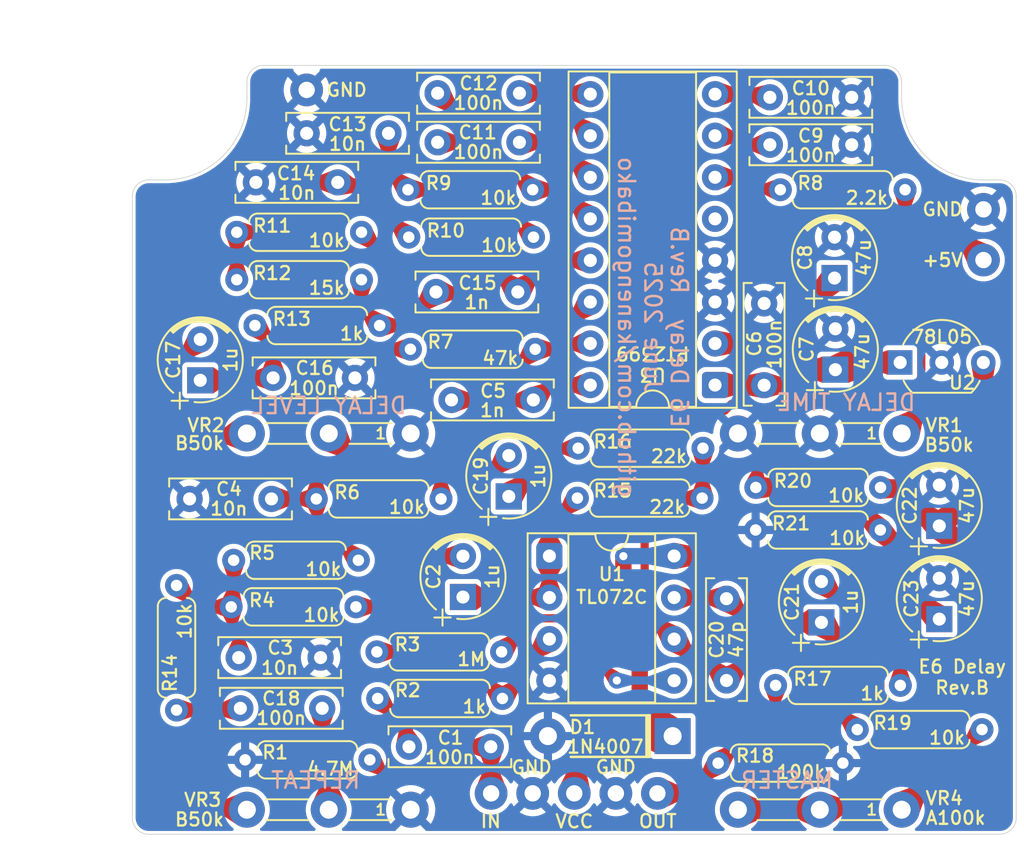
<source format=kicad_pcb>
(kicad_pcb (version 20241229) (generator "pcbnew") (generator_version "9.0")
  (layers (0 "F.Cu" signal) (2 "B.Cu" signal) (13 "F.Paste" user) (15 "B.Paste" user) (5 "F.SilkS" user "F.Silkscreen") (7 "B.SilkS" user "B.Silkscreen") (1 "F.Mask" user) (3 "B.Mask" user) (25 "Edge.Cuts" user))
  (net 0 "")
  (net 1 "Net-(U1B--)")
  (net 2 "Net-(C2-Pad2)")
  (net 3 "Net-(C4-Pad1)")
  (net 4 "Net-(U3-LPF1-IN)")
  (net 5 "Net-(U3-LPF1-OUT)")
  (net 6 "Net-(J6-Pin_1)")
  (net 7 "GND")
  (net 8 "Net-(U3-REF)")
  (net 9 "Net-(C14-Pad1)")
  (net 10 "Net-(U3-CC1)")
  (net 11 "Net-(U3-CC0)")
  (net 12 "Net-(U3-OP2-IN)")
  (net 13 "Net-(U3-OP2-OUT)")
  (net 14 "Net-(U3-OP1-IN)")
  (net 15 "Net-(U3-OP1-OUT)")
  (net 16 "VCC")
  (net 17 "Net-(C13-Pad1)")
  (net 18 "Net-(U3-LPF2-IN)")
  (net 19 "Net-(U3-LPF2-OUT)")
  (net 20 "VB")
  (net 21 "Net-(J3-Pin_1)")
  (net 22 "Net-(C16-Pad1)")
  (net 23 "Net-(J1-Pin_1)")
  (net 24 "Net-(C17-Pad2)")
  (net 25 "Net-(C18-Pad2)")
  (net 26 "Net-(C19-Pad1)")
  (net 27 "Net-(C19-Pad2)")
  (net 28 "Net-(C3-Pad1)")
  (net 29 "Net-(C20-Pad1)")
  (net 30 "Net-(U1A--)")
  (net 31 "Net-(C21-Pad2)")
  (net 32 "Net-(C18-Pad1)")
  (net 33 "Net-(U3-VCO)")
  (net 34 "Net-(R8-Pad1)")
  (net 35 "Net-(R19-Pad1)")
  (net 37 "Net-(C1-Pad1)")
  (net 38 "Net-(U1A-+)")
  (footprint "myFoot:my_C_D5.0mm_P2.50mm" (layer "F.Cu") (at -22.85 19.25 90)
    (property "Reference" "C17")
    (property "Value" "1u")
  )
  (footprint "myFoot:my_pot_5mm" (layer "F.Cu") (at -15 45.5 180)
    (property "Reference" "VR3")
    (property "Value" "B50k")
  )
  (footprint "myFoot:my_R_P7.62mm_Horizontal" (layer "F.Cu") (at 24.91 40.6 180)
    (property "Reference" "R19")
    (property "Value" "10k")
  )
  (footprint "myFoot:my_D_P7.62mm" (layer "F.Cu") (at 6.01 41 180)
    (property "Reference" "D1")
    (property "Value" "1N4007")
  )
  (footprint "myFoot:my_R_P7.62mm_Horizontal" (layer "F.Cu") (at 7.81 26.45 180)
    (property "Reference" "R15")
    (property "Value" "22k")
  )
  (footprint "myFoot:my_C_D5.0mm_P2.50mm" (layer "F.Cu") (at -3.999999 26.35 90)
    (property "Reference" "C19")
    (property "Value" "1u")
  )
  (footprint "myFoot:my_C_Rect1_P5.00mm" (layer "F.Cu") (at -3.35 4.7 180)
    (property "Reference" "C11")
    (property "Value" "100n")
  )
  (footprint "myFoot:my_R_P7.62mm_Horizontal" (layer "F.Cu") (at -10.16 7.6)
    (property "Reference" "R9")
    (property "Value" "10k")
  )
  (footprint "myFoot:my_C_Rect1_P5.00mm" (layer "F.Cu") (at -18.4 19.1)
    (property "Reference" "C16")
    (property "Value" "100n")
  )
  (footprint "myFoot:my_R_P7.62mm_Horizontal" (layer "F.Cu") (at -12.06 35.85)
    (property "Reference" "R3")
    (property "Value" "1M")
  )
  (footprint "myFoot:my_WirePad_1mmDrill" (layer "F.Cu") (at 0 44.5 -90)
    (property "Reference" "J5" (hide yes))
    (property "Value" "VCC")
  )
  (footprint "myFoot:my_C_D5.0mm_P2.50mm" (layer "F.Cu") (at 22.300001 28.15 90)
    (property "Reference" "C22")
    (property "Value" "47u")
  )
  (footprint "myFoot:my_R_P7.62mm_Horizontal" (layer "F.Cu") (at -24.3 39.41 90)
    (property "Reference" "R14")
    (property "Value" "10k")
  )
  (footprint "myFoot:my_C_Rect1_P5.00mm" (layer "F.Cu") (at -18.5 26.5 180)
    (property "Reference" "C4")
    (property "Value" "10n")
  )
  (footprint "Package_DIP:DIP-16_W7.62mm_Socket" (layer "F.Cu") (at 8.6 19.54 180)
    (property "Reference" "U3")
    (property "Value" "PT2399")
  )
  (footprint "myFoot:my_R_P7.62mm_Horizontal" (layer "F.Cu") (at -8.14 26.5 180)
    (property "Reference" "R6")
    (property "Value" "10k")
  )
  (footprint "myFoot:my_C_Rect1_P5.00mm" (layer "F.Cu") (at -8.45 13.85)
    (property "Reference" "C15")
    (property "Value" "1n")
  )
  (footprint "myFoot:my_C_D5.0mm_P2.50mm" (layer "F.Cu") (at -6.799999 32.5 90)
    (property "Reference" "C2")
    (property "Value" "1u")
  )
  (footprint "myFoot:my_C_Rect1_P5.00mm" (layer "F.Cu") (at -11.35 4.15 180)
    (property "Reference" "C13")
    (property "Value" "10n")
  )
  (footprint "myFoot:my_R_P7.62mm_Horizontal" (layer "F.Cu") (at 8.79 42.65)
    (property "Reference" "R18")
    (property "Value" "100k")
  )
  (footprint "myFoot:my_R_P7.62mm_Horizontal" (layer "F.Cu") (at 18.7 28.4 180)
    (property "Reference" "R21")
    (property "Value" "10k")
  )
  (footprint "myFoot:my_WirePad_1mmDrill" (layer "F.Cu") (at 25 11.9)
    (property "Reference" "J6" (hide yes))
    (property "Value" "+5V")
  )
  (footprint "myFoot:my_C_Rect1_P5.00mm" (layer "F.Cu") (at 16.95 1.95 180)
    (property "Reference" "C10")
    (property "Value" "100n")
  )
  (footprint "myFoot:my_C_Rect1_P5.00mm" (layer "F.Cu") (at -20.5 36.2)
    (property "Reference" "C3")
    (property "Value" "10n")
  )
  (footprint "myFoot:my_R_P7.62mm_Horizontal" (layer "F.Cu") (at -13.19 30.25 180)
    (property "Reference" "R5")
    (property "Value" "10k")
  )
  (footprint "myFoot:my_R_P7.62mm_Horizontal" (layer "F.Cu") (at -10.11 10.5)
    (property "Reference" "R10")
    (property "Value" "10k")
  )
  (footprint "myFoot:my_C_Rect1_P5.00mm" (layer "F.Cu") (at 16.95 4.85 180)
    (property "Reference" "C9")
    (property "Value" "100n")
  )
  (footprint "myFoot:my_R_P7.62mm_Horizontal" (layer "F.Cu") (at 7.86 23.4 180)
    (property "Reference" "R16")
    (property "Value" "22k")
  )
  (footprint "myFoot:my_WirePad_1mmDrill" (layer "F.Cu") (at 2.54 44.5 180)
    (property "Reference" "J2" (hide yes))
    (property "Value" "GND")
  )
  (footprint "myFoot:my_R_P7.62mm_Horizontal" (layer "F.Cu") (at -2.39 17.35 180)
    (property "Reference" "R7")
    (property "Value" "47k")
  )
  (footprint "myFoot:my_C_D5.0mm_P2.50mm" (layer "F.Cu") (at 22.300001 33.85 90)
    (property "Reference" "C23")
    (property "Value" "47u")
  )
  (footprint "myFoot:my_R_P7.62mm_Horizontal" (layer "F.Cu") (at 11.09 25.8)
    (property "Reference" "R20")
    (property "Value" "10k")
  )
  (footprint "myFoot:my_WirePad_1mmDrill" (layer "F.Cu") (at 5.08 44.5 -90)
    (property "Reference" "J3" (hide yes))
    (property "Value" "OUT")
  )
  (footprint "Package_TO_SOT_THT:TO-92_Inline_Wide" (layer "F.Cu") (at 19.91 18.16)
    (property "Reference" "U2")
    (property "Value" "78L05")
  )
  (footprint "myFoot:my_R_P7.62mm_Horizontal" (layer "F.Cu") (at -13 10.2 180)
    (property "Reference" "R11")
    (property "Value" "10k")
  )
  (footprint "myFoot:my_R_P7.62mm_Horizontal" (layer "F.Cu") (at -4.39 38.7 180)
    (property "Reference" "R2")
    (property "Value" "1k")
  )
  (footprint "myFoot:my_WirePad_1mmDrill" (layer "F.Cu") (at -5.08 44.5 -90)
    (property "Reference" "J1" (hide yes))
    (property "Value" "IN")
  )
  (footprint "myFoot:my_R_P7.62mm_Horizontal" (layer "F.Cu") (at -19.51 15.9)
    (property "Reference" "R13")
    (property "Value" "1k")
  )
  (footprint "myFoot:my_R_P7.62mm_Horizontal" (layer "F.Cu") (at -13 13.1 180)
    (property "Reference" "R12")
    (property "Value" "15k")
  )
  (footprint "myFoot:my_WirePad_1mmDrill" (layer "F.Cu") (at -16.35 1.5)
    (property "Reference" "J7" (hide yes))
    (property "Value" "GND")
  )
  (footprint "myFoot:my_R_P7.62mm_Horizontal" (layer "F.Cu") (at -12.49 42.45 180)
    (property "Reference" "R1")
    (property "Value" "4.7M")
  )
  (footprint "myFoot:my_C_D5.0mm_P2.50mm" (layer "F.Cu") (at 15.9 13 90)
    (property "Reference" "C8")
    (property "Value" "47u")
  )
  (footprint "Package_DIP:DIP-8_W7.62mm_Socket" (layer "F.Cu") (at -1.52 29.99)
    (property "Reference" "U1")
    (property "Value" "TL072C")
  )
  (footprint "myFoot:my_C_D5.0mm_P2.50mm" (layer "F.Cu") (at 15.950001 18.6 90)
    (property "Reference" "C7")
    (property "Value" "47u")
  )
  (footprint "myFoot:my_C_Rect1_P5.00mm" (layer "F.Cu") (at -15.4 39.3 180)
    (property "Reference" "C18")
    (property "Value" "100n")
  )
  (footprint "myFoot:my_C_Rect1_P5.00mm" (layer "F.Cu") (at 9.3 32.6 -90)
    (property "Reference" "C20")
    (property "Value" "47p")
  )
  (footprint "myFoot:my_R_P7.62mm_Horizontal" (layer "F.Cu") (at 20.21 7.6 180)
    (property "Reference" "R8")
    (property "Value" "2.2k")
  )
  (footprint "myFoot:my_C_Rect1_P5.00mm" (layer "F.Cu") (at 11.6 19.55 90)
    (property "Reference" "C6")
    (property "Value" "100n")
  )
  (footprint "myFoot:my_R_P7.62mm_Horizontal" (layer "F.Cu") (at -20.96 33.1)
    (property "Reference" "R4")
    (property "Value" "10k")
  )
  (footprint "myFoot:my_WirePad_1mmDrill" (layer "F.Cu") (at -2.54 44.5 -90)
    (property "Reference" "J4" (hide yes))
    (property "Value" "GND")
  )
  (footprint "myFoot:my_C_Rect1_P5.00mm" (layer "F.Cu") (at -14.45 7.15 180)
    (property "Reference" "C14")
    (property "Value" "10n")
  )
  (footprint "myFoot:my_R_P7.62mm_Horizontal" (layer "F.Cu") (at 12.3 37.9)
    (property "Reference" "R17")
    (property "Value" "1k")
  )
  (footprint "myFoot:my_C_Rect1_P5.00mm" (layer "F.Cu") (at -7.5 20.45)
    (property "Reference" "C5")
    (property "Value" "1n")
  )
  (footprint "myFoot:my_C_Rect1_P5.00mm" (layer "F.Cu") (at -10.1 41.65)
    (property "Reference" "C1")
    (property "Value" "100n")
  )
  (footprint "myFoot:my_C_D5.0mm_P2.50mm" (layer "F.Cu") (at 15.100001 34.05 90)
    (property "Reference" "C21")
    (property "Value" "1u")
  )
  (footprint "myFoot:my_WirePad_1mmDrill" (layer "F.Cu") (at 25 8.8)
    (property "Reference" "J8" (hide yes))
    (property "Value" "GND")
  )
  (footprint "myFoot:my_pot_5mm" (layer "F.Cu") (at 15 45.5 180)
    (property "Reference" "VR4")
    (property "Value" "A100k")
  )
  (footprint "myFoot:my_pot_5mm" (layer "F.Cu") (at -15 22.5 180)
    (property "Reference" "VR2")
    (property "Value" "B50k")
  )
  (footprint "myFoot:my_C_Rect1_P5.00mm" (layer "F.Cu") (at -3.35 1.7 180)
    (property "Reference" "C12")
    (property "Value" "100n")
  )
  (footprint "myFoot:my_pot_5mm" (layer "F.Cu") (at 15 22.5 180)
    (property "Reference" "VR1")
    (property "Value" "B50k")
  )
  (gr_line (start 26 47) (end -26 47) (stroke (width 0.05)) (layer "Edge.Cuts"))
  (gr_line (start -27 46) (end -27 8) (stroke (width 0.05)) (layer "Edge.Cuts"))
  (gr_line (start -26 7) (end -25 7) (stroke (width 0.05)) (layer "Edge.Cuts"))
  (gr_line (start -20 2) (end -20 1) (stroke (width 0.05)) (layer "Edge.Cuts"))
  (gr_line (start -19 0) (end 19 0) (stroke (width 0.05)) (layer "Edge.Cuts"))
  (gr_line (start 20 1) (end 20 2) (stroke (width 0.05)) (layer "Edge.Cuts"))
  (gr_line (start 25 7) (end 26 7) (stroke (width 0.05)) (layer "Edge.Cuts"))
  (gr_line (start 27 8) (end 27 46) (stroke (width 0.05)) (layer "Edge.Cuts"))
  (gr_arc (start -27 8) (mid -26.707107 7.292893) (end -26 7) (stroke (width 0.05)) (layer "Edge.Cuts"))
  (gr_arc (start -26 47) (mid -26.707107 46.707107) (end -27 46) (stroke (width 0.05)) (layer "Edge.Cuts"))
  (gr_arc (start 26 7) (mid 26.707107 7.292893) (end 27 8) (stroke (width 0.05)) (layer "Edge.Cuts"))
  (gr_arc (start 25 7) (mid 21.464466 5.535534) (end 20 2) (stroke (width 0.05)) (layer "Edge.Cuts"))
  (gr_arc (start 19 0) (mid 19.707107 0.292893) (end 20 1) (stroke (width 0.05)) (layer "Edge.Cuts"))
  (gr_arc (start -20 1) (mid -19.707107 0.292893) (end -19 0) (stroke (width 0.05)) (layer "Edge.Cuts"))
  (gr_arc (start -20 2) (mid -21.464466 5.535534) (end -25 7) (stroke (width 0.05)) (layer "Edge.Cuts"))
  (gr_arc (start 27 46) (mid 26.707107 46.707107) (end 26 47) (stroke (width 0.05)) (layer "Edge.Cuts"))
  (gr_text "E6 Delay\nRev.B" (at 23.7 37.4 0) (layer "F.SilkS") (effects (font (size 0.8 0.8) (thickness 0.14))))
  (gr_text "E6 Delay  Rev.B\nJune 2025\ngithub.com/kanengomibako" (at 4.8 16 270) (layer "B.SilkS") (effects (font (size 1 1)) (justify mirror)))
  (gr_text "DELAY TIME" (at 16.6 20.6 0) (layer "B.SilkS") (effects (font (size 1 1)) (justify mirror)))
  (gr_text "MASTER" (at 13 43.7 0) (layer "B.SilkS") (effects (font (size 1 1)) (justify mirror)))
  (gr_text "REPEAT" (at -15.8 43.7 0) (layer "B.SilkS") (effects (font (size 1 1)) (justify mirror)))
  (gr_text "DELAY LEVEL" (at -15 20.8 0) (layer "B.SilkS") (effects (font (size 1 1)) (justify mirror)))
  (segment (start 12.79 36.1) (end 17.29 40.6) (width 0.5) (layer "F.Cu") (net 1))
  (segment (start 8.1 36.4) (end 9.3 37.6) (width 0.5) (layer "F.Cu") (net 1))
  (segment (start 4.3 33.27) (end 4.3 27.8) (width 0.5) (layer "F.Cu") (net 1))
  (segment (start 7.86 23.4) (end 7.86 26.4) (width 0.5) (layer "F.Cu") (net 1))
  (segment (start 6.1 35.07) (end 4.3 33.27) (width 0.5) (layer "F.Cu") (net 1))
  (segment (start 9.3 37.6) (end 10.8 36.1) (width 0.5) (layer "F.Cu") (net 1))
  (segment (start 7.86 26.4) (end 7.81 26.45) (width 0.5) (layer "F.Cu") (net 1))
  (segment (start 4.3 27.8) (end 5.65 26.45) (width 0.5) (layer "F.Cu") (net 1))
  (segment (start 10.8 36.1) (end 12.79 36.1) (width 0.5) (layer "F.Cu") (net 1))
  (segment (start 5.65 26.45) (end 7.81 26.45) (width 0.5) (layer "F.Cu") (net 1))
  (segment (start 6.1 35.07) (end 7.43 36.4) (width 0.5) (layer "F.Cu") (net 1))
  (segment (start 7.43 36.4) (end 8.1 36.4) (width 0.5) (layer "F.Cu") (net 1))
  (segment (start -13.34 33.1) (end -11.6 33.1) (width 0.5) (layer "F.Cu") (net 2))
  (segment (start -8.5 30) (end -6.799999 30) (width 0.5) (layer "F.Cu") (net 2))
  (segment (start -11.6 33.1) (end -8.5 30) (width 0.5) (layer "F.Cu") (net 2))
  (segment (start -17.2 20.6) (end -13.95 17.35) (width 0.5) (layer "F.Cu") (net 3))
  (segment (start -13.95 17.35) (end -10.01 17.35) (width 0.5) (layer "F.Cu") (net 3))
  (segment (start -15.76 24.94) (end -17.2 23.5) (width 0.5) (layer "F.Cu") (net 3))
  (segment (start -15.76 26.5) (end -15.76 24.94) (width 0.5) (layer "F.Cu") (net 3))
  (segment (start -17.2 23.5) (end -17.2 20.6) (width 0.5) (layer "F.Cu") (net 3))
  (segment (start -15.76 26.5) (end -15.76 27.68) (width 0.5) (layer "F.Cu") (net 3))
  (segment (start -18.5 26.5) (end -15.76 26.5) (width 0.5) (layer "F.Cu") (net 3))
  (segment (start -15.76 27.68) (end -13.19 30.25) (width 0.5) (layer "F.Cu") (net 3))
  (segment (start -2.5 20.45) (end -3.95 20.45) (width 0.5) (layer "F.Cu") (net 4))
  (segment (start 0.98 19.54) (end -1.59 19.54) (width 0.5) (layer "F.Cu") (net 4))
  (segment (start -8.14 24.64) (end -8.14 26.5) (width 0.5) (layer "F.Cu") (net 4))
  (segment (start -1.59 19.54) (end -2.5 20.45) (width 0.5) (layer "F.Cu") (net 4))
  (segment (start -3.95 20.45) (end -8.14 24.64) (width 0.5) (layer "F.Cu") (net 4))
  (segment (start -7.5 20.45) (end -5.49 20.45) (width 0.5) (layer "F.Cu") (net 5))
  (segment (start 0.98 17) (end -0.4 17) (width 0.5) (layer "F.Cu") (net 5))
  (segment (start -0.75 17.35) (end -2.39 17.35) (width 0.5) (layer "F.Cu") (net 5))
  (segment (start -5.49 20.45) (end -2.39 17.35) (width 0.5) (layer "F.Cu") (net 5))
  (segment (start -0.4 17) (end -0.75 17.35) (width 0.5) (layer "F.Cu") (net 5))
  (segment (start 13.05 19.55) (end 14 18.6) (width 1) (layer "F.Cu") (net 6))
  (segment (start 17.8 18.6) (end 18.24 18.16) (width 1) (layer "F.Cu") (net 6))
  (segment (start 18.24 18.16) (end 19.91 18.16) (width 1) (layer "F.Cu") (net 6))
  (segment (start 14 18.6) (end 15.950001 18.6) (width 1) (layer "F.Cu") (net 6))
  (segment (start 20.8 6.1) (end 19.8 6.1) (width 0.5) (layer "F.Cu") (net 6))
  (segment (start 17.7 16.850001) (end 15.950001 18.6) (width 0.5) (layer "F.Cu") (net 6))
  (segment (start 19.8 6.1) (end 17.7 8.2) (width 0.5) (layer "F.Cu") (net 6))
  (segment (start 11.59 19.54) (end 11.6 19.55) (width 1) (layer "F.Cu") (net 6))
  (segment (start 11.6 19.55) (end 13.05 19.55) (width 1) (layer "F.Cu") (net 6))
  (segment (start 25 11.9) (end 22 8.9) (width 0.5) (layer "F.Cu") (net 6))
  (segment (start 15.950001 18.6) (end 17.8 18.6) (width 1) (layer "F.Cu") (net 6))
  (segment (start 8.6 19.54) (end 11.59 19.54) (width 1) (layer "F.Cu") (net 6))
  (segment (start 22 8.9) (end 22 7.3) (width 0.5) (layer "F.Cu") (net 6))
  (segment (start 17.7 8.2) (end 17.7 16.850001) (width 0.5) (layer "F.Cu") (net 6))
  (segment (start 22 7.3) (end 20.8 6.1) (width 0.5) (layer "F.Cu") (net 6))
  (segment (start 11.9 17) (end 15.9 13) (width 1) (layer "F.Cu") (net 8))
  (segment (start 8.6 17) (end 11.9 17) (width 1) (layer "F.Cu") (net 8))
  (segment (start -13.46 7.15) (end -10.11 10.5) (width 0.5) (layer "F.Cu") (net 9))
  (segment (start -14.45 7.15) (end -13.46 7.15) (width 0.5) (layer "F.Cu") (net 9))
  (segment (start -19.1 10.2) (end -16.05 7.15) (width 0.5) (layer "F.Cu") (net 9))
  (segment (start -20.62 10.2) (end -19.1 10.2) (width 0.5) (layer "F.Cu") (net 9))
  (segment (start -20.62 10.2) (end -20.62 13.1) (width 0.5) (layer "F.Cu") (net 9))
  (segment (start -16.05 7.15) (end -14.45 7.15) (width 0.5) (layer "F.Cu") (net 9))
  (segment (start 8.6 4.3) (end 9.9 4.3) (width 0.5) (layer "F.Cu") (net 10))
  (segment (start 9.9 4.3) (end 10.45 4.85) (width 0.5) (layer "F.Cu") (net 10))
  (segment (start 10.45 4.85) (end 11.95 4.85) (width 0.5) (layer "F.Cu") (net 10))
  (segment (start 8.6 1.76) (end 11.76 1.76) (width 0.5) (layer "F.Cu") (net 11))
  (segment (start 11.76 1.76) (end 11.95 1.95) (width 0.5) (layer "F.Cu") (net 11))
  (segment (start -1.16 4.7) (end 0.98 6.84) (width 0.5) (layer "F.Cu") (net 12))
  (segment (start -3.35 4.7) (end -1.16 4.7) (width 0.5) (layer "F.Cu") (net 12))
  (segment (start -0.8 7.6) (end 0.98 9.38) (width 0.5) (layer "F.Cu") (net 13))
  (segment (start -5.44 4.7) (end -2.54 7.6) (width 0.5) (layer "F.Cu") (net 13))
  (segment (start -2.54 7.6) (end -0.8 7.6) (width 0.5) (layer "F.Cu") (net 13))
  (segment (start -8.35 4.7) (end -5.44 4.7) (width 0.5) (layer "F.Cu") (net 13))
  (segment (start -0.12 3.2) (end 0.98 4.3) (width 0.5) (layer "F.Cu") (net 14))
  (segment (start -8.35 1.7) (end -6.85 3.2) (width 0.5) (layer "F.Cu") (net 14))
  (segment (start -6.85 3.2) (end -0.12 3.2) (width 0.5) (layer "F.Cu") (net 14))
  (segment (start -3.35 1.7) (end 0.92 1.7) (width 0.5) (layer "F.Cu") (net 15))
  (segment (start 0.92 1.7) (end 0.98 1.76) (width 0.5) (layer "F.Cu") (net 15))
  (segment (start 21.4 36) (end 23.6 36) (width 1) (layer "F.Cu") (net 16))
  (segment (start 24.4 35.2) (end 24.4 30.249999) (width 1) (layer "F.Cu") (net 16))
  (segment (start 3 30) (end 3 34.4) (width 1) (layer "F.Cu") (net 16))
  (segment (start 24.99 25.460001) (end 22.300001 28.15) (width 1) (layer "F.Cu") (net 16))
  (segment (start 6.01 41) (end 2 41) (width 1) (layer "F.Cu") (net 16))
  (segment (start 13.1 29.7) (end 16.1 29.7) (width 1) (layer "F.Cu") (net 16))
  (segment (start 2 41) (end 0 43) (width 1) (layer "F.Cu") (net 16))
  (segment (start 16.1 29.7) (end 18 31.6) (width 1) (layer "F.Cu") (net 16))
  (segment (start 3 34.4) (end 4 35.4) (width 1) (layer "F.Cu") (net 16))
  (segment (start 18 31.6) (end 18 32.6) (width 1) (layer "F.Cu") (net 16))
  (segment (start 0 43) (end 0 44.5) (width 1) (layer "F.Cu") (net 16))
  (segment (start 4 38.99) (end 6.01 41) (width 1) (layer "F.Cu") (net 16))
  (segment (start 24.4 30.249999) (end 22.300001 28.15) (width 1) (layer "F.Cu") (net 16))
  (segment (start 22.300001 28.15) (end 22.05 28.15) (width 1) (layer "F.Cu") (net 16))
  (segment (start 6.1 29.99) (end 12.81 29.99) (width 1) (layer "F.Cu") (net 16))
  (segment (start 4 35.4) (end 4 38.99) (width 1) (layer "F.Cu") (net 16))
  (segment (start 12.81 29.99) (end 13.1 29.7) (width 1) (layer "F.Cu") (net 16))
  (segment (start 22.05 28.15) (end 19.7 25.8) (width 1) (layer "F.Cu") (net 16))
  (segment (start 24.99 18.16) (end 24.99 25.460001) (width 1) (layer "F.Cu") (net 16))
  (segment (start 18 32.6) (end 21.4 36) (width 1) (layer "F.Cu") (net 16))
  (segment (start 23.6 36) (end 24.4 35.2) (width 1) (layer "F.Cu") (net 16))
  (segment (start 19.7 25.8) (end 18.71 25.8) (width 1) (layer "F.Cu") (net 16))
  (via (at 3 30) (size 1) (drill 0.5) (layers "F.Cu" "B.Cu") (net 16))
  (segment (start 6.09 30) (end 6.1 29.99) (width 1) (layer "B.Cu") (net 16))
  (segment (start 3 30) (end 6.09 30) (width 1) (layer "B.Cu") (net 16))
  (segment (start -11.35 4.15) (end -11.35 6.41) (width 0.5) (layer "F.Cu") (net 17))
  (segment (start -11.35 6.41) (end -10.16 7.6) (width 0.5) (layer "F.Cu") (net 17))
  (segment (start -5.39 7.6) (end -2.49 10.5) (width 0.5) (layer "F.Cu") (net 17))
  (segment (start -10.16 7.6) (end -5.39 7.6) (width 0.5) (layer "F.Cu") (net 17))
  (segment (start -1.52 11.92) (end -3.45 13.85) (width 0.5) (layer "F.Cu") (net 18))
  (segment (start -11 12.2) (end -5.1 12.2) (width 0.5) (layer "F.Cu") (net 18))
  (segment (start -13 10.2) (end -11 12.2) (width 0.5) (layer "F.Cu") (net 18))
  (segment (start 0.98 11.92) (end -1.52 11.92) (width 0.5) (layer "F.Cu") (net 18))
  (segment (start -5.1 12.2) (end -3.45 13.85) (width 0.5) (layer "F.Cu") (net 18))
  (segment (start -11.89 15.9) (end -10.5 15.9) (width 0.5) (layer "F.Cu") (net 19))
  (segment (start 0.98 14.46) (end -0.26 15.7) (width 0.5) (layer "F.Cu") (net 19))
  (segment (start -10.5 15.9) (end -8.45 13.85) (width 0.5) (layer "F.Cu") (net 19))
  (segment (start -13 13.1) (end -13 14.79) (width 0.5) (layer "F.Cu") (net 19))
  (segment (start -5.3 15.7) (end -7.15 13.85) (width 0.5) (layer "F.Cu") (net 19))
  (segment (start -0.26 15.7) (end -5.3 15.7) (width 0.5) (layer "F.Cu") (net 19))
  (segment (start -13 14.79) (end -11.89 15.9) (width 0.5) (layer "F.Cu") (net 19))
  (segment (start -7.15 13.85) (end -8.45 13.85) (width 0.5) (layer "F.Cu") (net 19))
  (segment (start 12 23.8) (end 12 22) (width 0.5) (layer "F.Cu") (net 20))
  (segment (start 22.300001 33.85) (end 22.15 33.85) (width 1) (layer "F.Cu") (net 20))
  (segment (start 1.6 25.7) (end 1.6 33.8) (width 0.5) (layer "F.Cu") (net 20))
  (segment (start 10.7 20.7) (end 12 22) (width 0.5) (layer "F.Cu") (net 20))
  (segment (start 9.6 20.7) (end 9.2 21.1) (width 0.5) (layer "F.Cu") (net 20))
  (segment (start 1.6 33.8) (end 1.6 36.6) (width 0.5) (layer "F.Cu") (net 20))
  (segment (start 1.6 25.7) (end 6.2 21.1) (width 0.5) (layer "F.Cu") (net 20))
  (segment (start 22.15 33.85) (end 20.1 31.8) (width 1) (layer "F.Cu") (net 20))
  (segment (start 6.2 21.1) (end 9.2 21.1) (width 0.5) (layer "F.Cu") (net 20))
  (segment (start -4.44 35.85) (end -2.39 33.8) (width 0.5) (layer "F.Cu") (net 20))
  (segment (start 16.1 25.8) (end 18.7 28.4) (width 1) (layer "F.Cu") (net 20))
  (segment (start 20.1 31.8) (end 20.1 29.8) (width 1) (layer "F.Cu") (net 20))
  (segment (start 11.09 25.8) (end 11.09 24.71) (width 0.5) (layer "F.Cu") (net 20))
  (segment (start 11.09 24.71) (end 12 23.8) (width 0.5) (layer "F.Cu") (net 20))
  (segment (start 11.09 25.8) (end 16.1 25.8) (width 1) (layer "F.Cu") (net 20))
  (segment (start -2.39 33.8) (end 1.6 33.8) (width 0.5) (layer "F.Cu") (net 20))
  (segment (start 1.6 36.6) (end 2.6 37.6) (width 0.5) (layer "F.Cu") (net 20))
  (segment (start 9.6 20.7) (end 10.7 20.7) (width 0.5) (layer "F.Cu") (net 20))
  (segment (start 20.1 29.8) (end 18.7 28.4) (width 1) (layer "F.Cu") (net 20))
  (via (at 2.6 37.6) (size 1) (drill 0.5) (layers "F.Cu" "B.Cu") (net 20))
  (segment (start 6.09 37.6) (end 6.1 37.61) (width 0.5) (layer "B.Cu") (net 20))
  (segment (start 2.6 37.6) (end 6.09 37.6) (width 0.5) (layer "B.Cu") (net 20))
  (segment (start 5.08 44.5) (end 6.94 44.5) (width 0.5) (layer "F.Cu") (net 21))
  (segment (start 12.3 39.14) (end 8.79 42.65) (width 0.5) (layer "F.Cu") (net 21))
  (segment (start 12.3 37.9) (end 12.3 39.14) (width 0.5) (layer "F.Cu") (net 21))
  (segment (start 6.94 44.5) (end 8.79 42.65) (width 0.5) (layer "F.Cu") (net 21))
  (segment (start -20.45 19.25) (end -20.3 19.1) (width 0.5) (layer "F.Cu") (net 22))
  (segment (start -18.4 19.1) (end -18.4 17.01) (width 0.5) (layer "F.Cu") (net 22))
  (segment (start -18.4 17.01) (end -19.51 15.9) (width 0.5) (layer "F.Cu") (net 22))
  (segment (start -22.85 19.25) (end -20.45 19.25) (width 0.5) (layer "F.Cu") (net 22))
  (segment (start -20.3 19.1) (end -18.4 19.1) (width 0.5) (layer "F.Cu") (net 22))
  (segment (start -11.64 43.3) (end -12.49 42.45) (width 0.5) (layer "F.Cu") (net 23))
  (segment (start -5.08 41.67) (end -5.1 41.65) (width 0.5) (layer "F.Cu") (net 23))
  (segment (start -6.85 41.65) (end -8.5 43.3) (width 0.5) (layer "F.Cu") (net 23))
  (segment (start -5.08 44.5) (end -5.08 41.67) (width 0.5) (layer "F.Cu") (net 23))
  (segment (start -8.5 43.3) (end -11.64 43.3) (width 0.5) (layer "F.Cu") (net 23))
  (segment (start -5.1 41.65) (end -6.85 41.65) (width 0.5) (layer "F.Cu") (net 23))
  (segment (start -20.0038 22.5) (end -21.559434 22.5) (width 0.5) (layer "F.Cu") (net 24))
  (segment (start -25.9 41.3) (end -21.7 45.5) (width 0.5) (layer "F.Cu") (net 24))
  (segment (start -22.85 16.75) (end -24.3 18.2) (width 0.5) (layer "F.Cu") (net 24))
  (segment (start -24.3 18.2) (end -24.3 20.2) (width 0.5) (layer "F.Cu") (net 24))
  (segment (start -25.9 26.840566) (end -25.9 41.3) (width 0.5) (layer "F.Cu") (net 24))
  (segment (start -21.7 45.5) (end -20.0038 45.5) (width 0.5) (layer "F.Cu") (net 24))
  (segment (start -21.879717 22.620283) (end -21.879717 22.820283) (width 0.5) (layer "F.Cu") (net 24))
  (segment (start -21.879717 22.820283) (end -25.9 26.840566) (width 0.5) (layer "F.Cu") (net 24))
  (segment (start -21.559434 22.5) (end -21.879717 22.820283) (width 0.5) (layer "F.Cu") (net 24))
  (segment (start -24.3 20.2) (end -21.879717 22.620283) (width 0.5) (layer "F.Cu") (net 24))
  (segment (start -24.3 39.41) (end -20.51 39.41) (width 0.5) (layer "F.Cu") (net 25))
  (segment (start -20.51 39.41) (end -20.4 39.3) (width 0.5) (layer "F.Cu") (net 25))
  (segment (start -3.95 26.35) (end -1 23.4) (width 0.5) (layer "F.Cu") (net 26))
  (segment (start -1 23.4) (end 0.24 23.4) (width 0.5) (layer "F.Cu") (net 26))
  (segment (start -3.999999 26.35) (end -3.95 26.35) (width 0.5) (layer "F.Cu") (net 26))
  (segment (start -7.3 28.1) (end -6.3 27.1) (width 0.5) (layer "F.Cu") (net 27))
  (segment (start -9.4 28.1) (end -7.3 28.1) (width 0.5) (layer "F.Cu") (net 27))
  (segment (start -6.3 27.1) (end -6.3 26.150001) (width 0.5) (layer "F.Cu") (net 27))
  (segment (start -15 22.5) (end -9.4 28.1) (width 0.5) (layer "F.Cu") (net 27))
  (segment (start -6.3 26.150001) (end -3.999999 23.85) (width 0.5) (layer "F.Cu") (net 27))
  (segment (start -20.5 34.7) (end -20.96 34.24) (width 0.5) (layer "F.Cu") (net 28))
  (segment (start -20.81 32.95) (end -20.96 33.1) (width 0.5) (layer "F.Cu") (net 28))
  (segment (start -20.81 30.25) (end -20.81 32.95) (width 0.5) (layer "F.Cu") (net 28))
  (segment (start -20.5 36.2) (end -20.5 34.7) (width 0.5) (layer "F.Cu") (net 28))
  (segment (start -20.96 33.1) (end -22.99 33.1) (width 0.5) (layer "F.Cu") (net 28))
  (segment (start -20.96 34.24) (end -20.96 33.1) (width 0.5) (layer "F.Cu") (net 28))
  (segment (start -22.99 33.1) (end -24.3 31.79) (width 0.5) (layer "F.Cu") (net 28))
  (segment (start 9.23 32.53) (end 9.3 32.6) (width 0.5) (layer "F.Cu") (net 29))
  (segment (start 16.555634 45.5) (end 15 45.5) (width 0.5) (layer "F.Cu") (net 29))
  (segment (start 6.1 32.53) (end 9.23 32.53) (width 0.5) (layer "F.Cu") (net 29))
  (segment (start 15 45.5) (end 9.9962 45.5) (width 0.5) (layer "F.Cu") (net 29))
  (segment (start 15.100001 34.05) (end 18.7 37.649999) (width 0.5) (layer "F.Cu") (net 29))
  (segment (start 18.7 43.355634) (end 16.555634 45.5) (width 0.5) (layer "F.Cu") (net 29))
  (segment (start 18.7 37.649999) (end 18.7 43.355634) (width 0.5) (layer "F.Cu") (net 29))
  (segment (start 15.100001 34.05) (end 10.75 34.05) (width 0.5) (layer "F.Cu") (net 29))
  (segment (start 10.75 34.05) (end 9.3 32.6) (width 0.5) (layer "F.Cu") (net 29))
  (segment (start -1.52 28.16) (end 0.19 26.45) (width 0.5) (layer "F.Cu") (net 30))
  (segment (start -6.799999 32.5) (end -1.55 32.5) (width 0.5) (layer "F.Cu") (net 30))
  (segment (start -1.52 29.99) (end -1.52 32.53) (width 0.5) (layer "F.Cu") (net 30))
  (segment (start -1.52 29.99) (end -1.52 28.16) (width 0.5) (layer "F.Cu") (net 30))
  (segment (start -1.55 32.5) (end -1.52 32.53) (width 0.5) (layer "F.Cu") (net 30))
  (segment (start 19.92 36.369999) (end 19.92 37.9) (width 0.5) (layer "F.Cu") (net 31))
  (segment (start 15.100001 31.55) (end 19.92 36.369999) (width 0.5) (layer "F.Cu") (net 31))
  (segment (start -15 42.2) (end -15.4 41.8) (width 0.5) (layer "F.Cu") (net 32))
  (segment (start -15 45.5) (end -15 42.2) (width 0.5) (layer "F.Cu") (net 32))
  (segment (start -15.4 41.8) (end -15.4 39.3) (width 0.5) (layer "F.Cu") (net 32))
  (segment (start 8.6 6.84) (end 10.64 6.84) (width 0.5) (layer "F.Cu") (net 33))
  (segment (start 10.64 6.84) (end 11.4 7.6) (width 0.5) (layer "F.Cu") (net 33))
  (segment (start 11.4 7.6) (end 12.59 7.6) (width 0.5) (layer "F.Cu") (net 33))
  (segment (start 20.21 14.11) (end 21.2 15.1) (width 0.5) (layer "F.Cu") (net 34))
  (segment (start 20.21 7.6) (end 20.21 14.11) (width 0.5) (layer "F.Cu") (net 34))
  (segment (start 21.2 21.3038) (end 20.0038 22.5) (width 0.5) (layer "F.Cu") (net 34))
  (segment (start 21.2 15.1) (end 21.2 21.3038) (width 0.5) (layer "F.Cu") (net 34))
  (segment (start 24.9038 40.6) (end 24.91 40.6) (width 0.5) (layer "F.Cu") (net 35))
  (segment (start 20.0038 45.5) (end 24.9038 40.6) (width 0.5) (layer "F.Cu") (net 35))
  (segment (start -10.1 41.65) (end -10.1 40.61) (width 0.5) (layer "F.Cu") (net 37))
  (segment (start -10.1 40.61) (end -12.01 38.7) (width 0.5) (layer "F.Cu") (net 37))
  (segment (start -12.06 35.85) (end -7.24 35.85) (width 0.5) (layer "F.Cu") (net 38))
  (segment (start -3.1 36.65) (end -3.1 37.41) (width 0.5) (layer "F.Cu") (net 38))
  (segment (start -7.24 35.85) (end -4.39 38.7) (width 0.5) (layer "F.Cu") (net 38))
  (segment (start -3.1 37.41) (end -4.39 38.7) (width 0.5) (layer "F.Cu") (net 38))
  (segment (start -1.52 35.07) (end -3.1 36.65) (width 0.5) (layer "F.Cu") (net 38))
  (zone (net 7) (net_name "GND") (layer "B.Cu") (connect_pads (clearance 0.3)) (min_thickness 0.2) (fill yes (thermal_gap 0.4) (thermal_bridge_width 0.5))
    (polygon (pts (xy 27.5 47.5) (xy -27.5 47.5) (xy -27.5 -0.5) (xy 27.5 -0.5)))
  )
)
</source>
